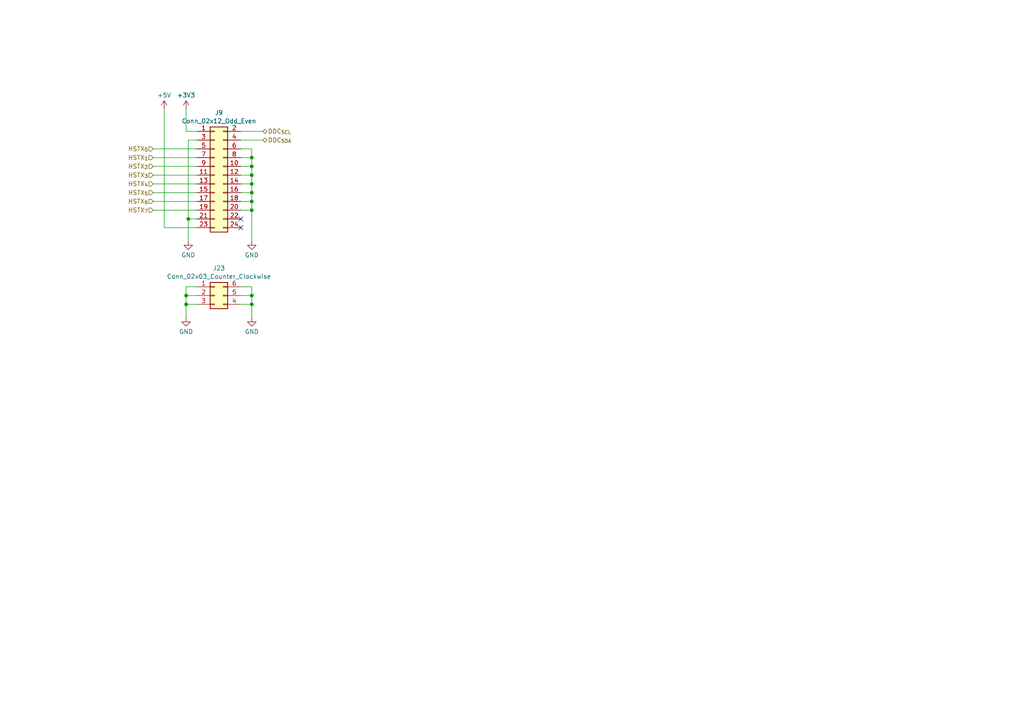
<source format=kicad_sch>
(kicad_sch (version 20231120) (generator "eeschema") (generator_version "8.0")
  (paper "A4")
  (lib_symbols
    (symbol "Connector_Generic:Conn_02x03_Counter_Clockwise" (pin_names (offset 1.016) hide)
      (property "Reference" "J" (at 1.27 5.08 0))
      (property "Value" "Conn_02x03_Counter_Clockwise" (at 1.27 -5.08 0))
      (symbol "Conn_02x03_Counter_Clockwise_1_1"
        (rectangle (start -1.27 -2.413) (end 0 -2.667) (stroke (width 0.1524)))
        (rectangle (start -1.27 0.127) (end 0 -0.127) (stroke (width 0.1524)))
        (rectangle (start -1.27 2.667) (end 0 2.413) (stroke (width 0.1524)))
        (rectangle (start -1.27 3.81) (end 3.81 -3.81) (stroke (width 0.254)) (fill (type background)))
        (rectangle (start 3.81 -2.413) (end 2.54 -2.667) (stroke (width 0.1524)))
        (rectangle (start 3.81 0.127) (end 2.54 -0.127) (stroke (width 0.1524)))
        (rectangle (start 3.81 2.667) (end 2.54 2.413) (stroke (width 0.1524)))
        (pin passive line (at -5.08 2.54 0) (length 3.81) (name "Pin_1") (number "1"))
        (pin passive line (at -5.08 0 0) (length 3.81) (name "Pin_2") (number "2"))
        (pin passive line (at -5.08 -2.54 0) (length 3.81) (name "Pin_3") (number "3"))
        (pin passive line (at 7.62 -2.54 180) (length 3.81) (name "Pin_4") (number "4"))
        (pin passive line (at 7.62 0 180) (length 3.81) (name "Pin_5") (number "5"))
        (pin passive line (at 7.62 2.54 180) (length 3.81) (name "Pin_6") (number "6"))
      )
    )
    (symbol "Connector_Generic:Conn_02x12_Odd_Even" (pin_names (offset 1.016) hide)
      (property "Reference" "J" (at 1.27 15.24 0))
      (property "Value" "Conn_02x12_Odd_Even" (at 1.27 -17.78 0))
      (symbol "Conn_02x12_Odd_Even_1_1"
        (rectangle (start -1.27 -15.113) (end 0 -15.367) (stroke (width 0.1524)))
        (rectangle (start -1.27 -12.573) (end 0 -12.827) (stroke (width 0.1524)))
        (rectangle (start -1.27 -10.033) (end 0 -10.287) (stroke (width 0.1524)))
        (rectangle (start -1.27 -7.493) (end 0 -7.747) (stroke (width 0.1524)))
        (rectangle (start -1.27 -4.953) (end 0 -5.207) (stroke (width 0.1524)))
        (rectangle (start -1.27 -2.413) (end 0 -2.667) (stroke (width 0.1524)))
        (rectangle (start -1.27 0.127) (end 0 -0.127) (stroke (width 0.1524)))
        (rectangle (start -1.27 2.667) (end 0 2.413) (stroke (width 0.1524)))
        (rectangle (start -1.27 5.207) (end 0 4.953) (stroke (width 0.1524)))
        (rectangle (start -1.27 7.747) (end 0 7.493) (stroke (width 0.1524)))
        (rectangle (start -1.27 10.287) (end 0 10.033) (stroke (width 0.1524)))
        (rectangle (start -1.27 12.827) (end 0 12.573) (stroke (width 0.1524)))
        (rectangle (start -1.27 13.97) (end 3.81 -16.51) (stroke (width 0.254)) (fill (type background)))
        (rectangle (start 3.81 -15.113) (end 2.54 -15.367) (stroke (width 0.1524)))
        (rectangle (start 3.81 -12.573) (end 2.54 -12.827) (stroke (width 0.1524)))
        (rectangle (start 3.81 -10.033) (end 2.54 -10.287) (stroke (width 0.1524)))
        (rectangle (start 3.81 -7.493) (end 2.54 -7.747) (stroke (width 0.1524)))
        (rectangle (start 3.81 -4.953) (end 2.54 -5.207) (stroke (width 0.1524)))
        (rectangle (start 3.81 -2.413) (end 2.54 -2.667) (stroke (width 0.1524)))
        (rectangle (start 3.81 0.127) (end 2.54 -0.127) (stroke (width 0.1524)))
        (rectangle (start 3.81 2.667) (end 2.54 2.413) (stroke (width 0.1524)))
        (rectangle (start 3.81 5.207) (end 2.54 4.953) (stroke (width 0.1524)))
        (rectangle (start 3.81 7.747) (end 2.54 7.493) (stroke (width 0.1524)))
        (rectangle (start 3.81 10.287) (end 2.54 10.033) (stroke (width 0.1524)))
        (rectangle (start 3.81 12.827) (end 2.54 12.573) (stroke (width 0.1524)))
        (pin passive line (at -5.08 12.7 0) (length 3.81) (name "Pin_1") (number "1"))
        (pin passive line (at 7.62 2.54 180) (length 3.81) (name "Pin_10") (number "10"))
        (pin passive line (at -5.08 0 0) (length 3.81) (name "Pin_11") (number "11"))
        (pin passive line (at 7.62 0 180) (length 3.81) (name "Pin_12") (number "12"))
        (pin passive line (at -5.08 -2.54 0) (length 3.81) (name "Pin_13") (number "13"))
        (pin passive line (at 7.62 -2.54 180) (length 3.81) (name "Pin_14") (number "14"))
        (pin passive line (at -5.08 -5.08 0) (length 3.81) (name "Pin_15") (number "15"))
        (pin passive line (at 7.62 -5.08 180) (length 3.81) (name "Pin_16") (number "16"))
        (pin passive line (at -5.08 -7.62 0) (length 3.81) (name "Pin_17") (number "17"))
        (pin passive line (at 7.62 -7.62 180) (length 3.81) (name "Pin_18") (number "18"))
        (pin passive line (at -5.08 -10.16 0) (length 3.81) (name "Pin_19") (number "19"))
        (pin passive line (at 7.62 12.7 180) (length 3.81) (name "Pin_2") (number "2"))
        (pin passive line (at 7.62 -10.16 180) (length 3.81) (name "Pin_20") (number "20"))
        (pin passive line (at -5.08 -12.7 0) (length 3.81) (name "Pin_21") (number "21"))
        (pin passive line (at 7.62 -12.7 180) (length 3.81) (name "Pin_22") (number "22"))
        (pin passive line (at -5.08 -15.24 0) (length 3.81) (name "Pin_23") (number "23"))
        (pin passive line (at 7.62 -15.24 180) (length 3.81) (name "Pin_24") (number "24"))
        (pin passive line (at -5.08 10.16 0) (length 3.81) (name "Pin_3") (number "3"))
        (pin passive line (at 7.62 10.16 180) (length 3.81) (name "Pin_4") (number "4"))
        (pin passive line (at -5.08 7.62 0) (length 3.81) (name "Pin_5") (number "5"))
        (pin passive line (at 7.62 7.62 180) (length 3.81) (name "Pin_6") (number "6"))
        (pin passive line (at -5.08 5.08 0) (length 3.81) (name "Pin_7") (number "7"))
        (pin passive line (at 7.62 5.08 180) (length 3.81) (name "Pin_8") (number "8"))
        (pin passive line (at -5.08 2.54 0) (length 3.81) (name "Pin_9") (number "9"))
      )
    )
    (symbol "power:+3V3" (power) (pin_names (offset 0))
      (property "Value" "+3V3" (at 0 3.556 0))
      (symbol "+3V3_0_1"
        (polyline (pts (xy -0.762 1.27) (xy 0 2.54)))
        (polyline (pts (xy 0 0) (xy 0 2.54)))
        (polyline (pts (xy 0 2.54) (xy 0.762 1.27)))
      )
      (symbol "+3V3_1_1"
        (pin power_in line (at 0 0 90) (length 0) hide (name "+3V3") (number "1"))
      )
    )
    (symbol "power:+5V" (power) (pin_names (offset 0))
      (property "Value" "+5V" (at 0 3.556 0))
      (symbol "+5V_0_1"
        (polyline (pts (xy -0.762 1.27) (xy 0 2.54)))
        (polyline (pts (xy 0 0) (xy 0 2.54)))
        (polyline (pts (xy 0 2.54) (xy 0.762 1.27)))
      )
      (symbol "+5V_1_1"
        (pin power_in line (at 0 0 90) (length 0) hide (name "+5V") (number "1"))
      )
    )
    (symbol "power:GND" (power) (pin_names (offset 0))
      (property "Value" "GND" (at 0 -3.81 0))
      (symbol "GND_0_1"
        (polyline (pts (xy 0 0) (xy 0 -1.27) (xy 1.27 -1.27) (xy 0 -2.54) (xy -1.27 -1.27) (xy 0 -1.27)))
      )
      (symbol "GND_1_1"
        (pin power_in line (at 0 0 270) (length 0) hide (name "GND") (number "1"))
      )
    )
  )
  (junction (at 73.025 88.265))
  (junction (at 73.025 55.88))
  (junction (at 73.025 85.725))
  (junction (at 73.025 60.96))
  (junction (at 53.975 88.265))
  (junction (at 73.025 53.34))
  (junction (at 73.025 48.26))
  (junction (at 73.025 58.42))
  (junction (at 73.025 50.8))
  (junction (at 54.61 63.5))
  (junction (at 53.975 85.725))
  (junction (at 73.025 45.72))
  (no_connect (at 69.85 63.5))
  (no_connect (at 69.85 66.04))
  (wire (pts (xy 44.45 45.72) (xy 57.15 45.72)))
  (wire (pts (xy 53.975 85.725) (xy 57.15 85.725)))
  (wire (pts (xy 73.025 43.18) (xy 73.025 45.72)))
  (wire (pts (xy 69.85 45.72) (xy 73.025 45.72)))
  (wire (pts (xy 69.85 48.26) (xy 73.025 48.26)))
  (wire (pts (xy 44.45 48.26) (xy 57.15 48.26)))
  (wire (pts (xy 73.025 50.8) (xy 73.025 53.34)))
  (wire (pts (xy 69.85 43.18) (xy 73.025 43.18)))
  (wire (pts (xy 54.61 63.5) (xy 57.15 63.5)))
  (wire (pts (xy 57.15 38.1) (xy 53.975 38.1)))
  (wire (pts (xy 44.45 60.96) (xy 57.15 60.96)))
  (wire (pts (xy 69.85 50.8) (xy 73.025 50.8)))
  (wire (pts (xy 69.85 88.265) (xy 73.025 88.265)))
  (wire (pts (xy 73.025 58.42) (xy 73.025 60.96)))
  (wire (pts (xy 73.025 48.26) (xy 73.025 50.8)))
  (wire (pts (xy 69.85 40.64) (xy 76.2 40.64)))
  (wire (pts (xy 69.85 53.34) (xy 73.025 53.34)))
  (wire (pts (xy 57.15 40.64) (xy 54.61 40.64)))
  (wire (pts (xy 47.625 31.75) (xy 47.625 66.04)))
  (wire (pts (xy 53.975 88.265) (xy 53.975 92.075)))
  (wire (pts (xy 73.025 88.265) (xy 73.025 92.075)))
  (wire (pts (xy 53.975 88.265) (xy 57.15 88.265)))
  (wire (pts (xy 53.975 85.725) (xy 53.975 88.265)))
  (wire (pts (xy 73.025 83.185) (xy 73.025 85.725)))
  (wire (pts (xy 69.85 85.725) (xy 73.025 85.725)))
  (wire (pts (xy 69.85 83.185) (xy 73.025 83.185)))
  (wire (pts (xy 44.45 55.88) (xy 57.15 55.88)))
  (wire (pts (xy 69.85 60.96) (xy 73.025 60.96)))
  (wire (pts (xy 44.45 43.18) (xy 57.15 43.18)))
  (wire (pts (xy 69.85 38.1) (xy 76.2 38.1)))
  (wire (pts (xy 44.45 53.34) (xy 57.15 53.34)))
  (wire (pts (xy 44.45 58.42) (xy 57.15 58.42)))
  (wire (pts (xy 54.61 40.64) (xy 54.61 63.5)))
  (wire (pts (xy 73.025 55.88) (xy 73.025 58.42)))
  (wire (pts (xy 53.975 83.185) (xy 53.975 85.725)))
  (wire (pts (xy 54.61 63.5) (xy 54.61 69.85)))
  (wire (pts (xy 57.15 83.185) (xy 53.975 83.185)))
  (wire (pts (xy 73.025 85.725) (xy 73.025 88.265)))
  (wire (pts (xy 73.025 60.96) (xy 73.025 69.85)))
  (wire (pts (xy 69.85 58.42) (xy 73.025 58.42)))
  (wire (pts (xy 69.85 55.88) (xy 73.025 55.88)))
  (wire (pts (xy 73.025 53.34) (xy 73.025 55.88)))
  (wire (pts (xy 53.975 31.75) (xy 53.975 38.1)))
  (wire (pts (xy 57.15 66.04) (xy 47.625 66.04)))
  (wire (pts (xy 73.025 45.72) (xy 73.025 48.26)))
  (wire (pts (xy 44.45 50.8) (xy 57.15 50.8)))
  (hierarchical_label "HSTX_{5}" (shape input) (at 44.45 55.88 180))
  (hierarchical_label "DDC_{SCL}" (shape bidirectional) (at 76.2 38.1 0))
  (hierarchical_label "HSTX_{4}" (shape input) (at 44.45 53.34 180))
  (hierarchical_label "HSTX_{7}" (shape input) (at 44.45 60.96 180))
  (hierarchical_label "HSTX_{3}" (shape input) (at 44.45 50.8 180))
  (hierarchical_label "HSTX_{0}" (shape input) (at 44.45 43.18 180))
  (hierarchical_label "DDC_{SDA}" (shape bidirectional) (at 76.2 40.64 0))
  (hierarchical_label "HSTX_{2}" (shape input) (at 44.45 48.26 180))
  (hierarchical_label "HSTX_{6}" (shape input) (at 44.45 58.42 180))
  (hierarchical_label "HSTX_{1}" (shape input) (at 44.45 45.72 180))
  (symbol (lib_id "power:GND") (at 53.975 92.075 0) (unit 1)
    (property "Reference" "#PWR0109" (effects (hide yes)))
    (property "Value" "GND" (at 53.975 96.2081 0))
  )
  (symbol (lib_id "Connector_Generic:Conn_02x12_Odd_Even") (at 62.23 50.8 0) (unit 1)
    (property "Reference" "J9" (at 63.5 32.6857 0))
    (property "Value" "Conn_02x12_Odd_Even" (at 63.5 35.1099 0))
    (property "Footprint" "Connector_PinSocket_2.54mm:PinSocket_2x12_P2.54mm_Vertical" (effects (hide yes)))
  )
  (symbol (lib_id "Connector_Generic:Conn_02x03_Counter_Clockwise") (at 62.23 85.725 0) (unit 1)
    (property "Reference" "J23" (at 63.5 77.7707 0))
    (property "Value" "Conn_02x03_Counter_Clockwise" (at 63.5 80.1949 0))
    (property "Footprint" "Connector_PinSocket_2.54mm:PinSocket_2x03_P2.54mm_Vertical" (effects (hide yes)))
  )
  (symbol (lib_id "power:GND") (at 73.025 69.85 0) (unit 1)
    (property "Reference" "#PWR049" (effects (hide yes)))
    (property "Value" "GND" (at 73.025 73.9831 0))
  )
  (symbol (lib_id "power:GND") (at 54.61 69.85 0) (unit 1)
    (property "Reference" "#PWR046" (effects (hide yes)))
    (property "Value" "GND" (at 54.61 73.9831 0))
  )
  (symbol (lib_id "power:GND") (at 73.025 92.075 0) (unit 1)
    (property "Reference" "#PWR0110" (effects (hide yes)))
    (property "Value" "GND" (at 73.025 96.2081 0))
  )
  (symbol (lib_id "power:+5V") (at 47.625 31.75 0) (unit 1)
    (property "Reference" "#PWR047" (effects (hide yes)))
    (property "Value" "+5V" (at 47.625 27.6169 0))
  )
  (symbol (lib_id "power:+3V3") (at 53.975 31.75 0) (unit 1)
    (property "Reference" "#PWR048" (effects (hide yes)))
    (property "Value" "+3V3" (at 53.975 27.6169 0))
  )
)
</source>
